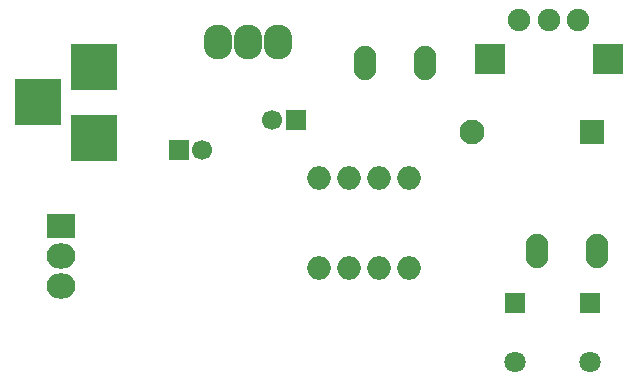
<source format=gts>
G04 #@! TF.FileFunction,Soldermask,Top*
%FSLAX46Y46*%
G04 Gerber Fmt 4.6, Leading zero omitted, Abs format (unit mm)*
G04 Created by KiCad (PCBNEW 4.0.1-2.fc23-product) date Thu 03 Mar 2016 02:56:58 PM EST*
%MOMM*%
G01*
G04 APERTURE LIST*
%ADD10C,0.100000*%
%ADD11O,2.000000X2.000000*%
%ADD12R,3.900120X3.900120*%
%ADD13C,2.099260*%
%ADD14R,2.099260X2.099260*%
%ADD15R,2.432000X2.127200*%
%ADD16O,2.432000X2.127200*%
%ADD17C,1.900000*%
%ADD18R,2.600000X2.600000*%
%ADD19O,1.901140X2.899360*%
%ADD20R,1.800000X1.800000*%
%ADD21C,1.800000*%
%ADD22R,1.700000X1.700000*%
%ADD23C,1.700000*%
%ADD24O,2.432000X2.940000*%
G04 APERTURE END LIST*
D10*
D11*
X154851100Y-112623600D03*
X157391100Y-112623600D03*
X159931100Y-112623600D03*
X162471100Y-112623600D03*
X162471100Y-105003600D03*
X159931100Y-105003600D03*
X157391100Y-105003600D03*
X154851100Y-105003600D03*
D12*
X135801100Y-101551740D03*
X135801100Y-95552260D03*
X131102100Y-98552000D03*
D13*
X167868080Y-101056440D03*
D14*
X178028080Y-101056440D03*
D15*
X133007100Y-109067600D03*
D16*
X133007100Y-111607600D03*
X133007100Y-114147600D03*
D17*
X176832900Y-91594400D03*
X174332900Y-91594400D03*
X171832900Y-91594400D03*
D18*
X169332900Y-94894400D03*
X179332900Y-94894400D03*
D19*
X158750000Y-95250000D03*
X163830000Y-95250000D03*
X173355000Y-111125000D03*
X178435000Y-111125000D03*
D20*
X171450000Y-115570000D03*
D21*
X171450000Y-120570000D03*
D20*
X177800000Y-115570000D03*
D21*
X177800000Y-120570000D03*
D22*
X143002000Y-102616000D03*
D23*
X145002000Y-102616000D03*
D22*
X152908000Y-100076000D03*
D23*
X150908000Y-100076000D03*
D24*
X148844000Y-93472000D03*
X151384000Y-93472000D03*
X146304000Y-93472000D03*
M02*

</source>
